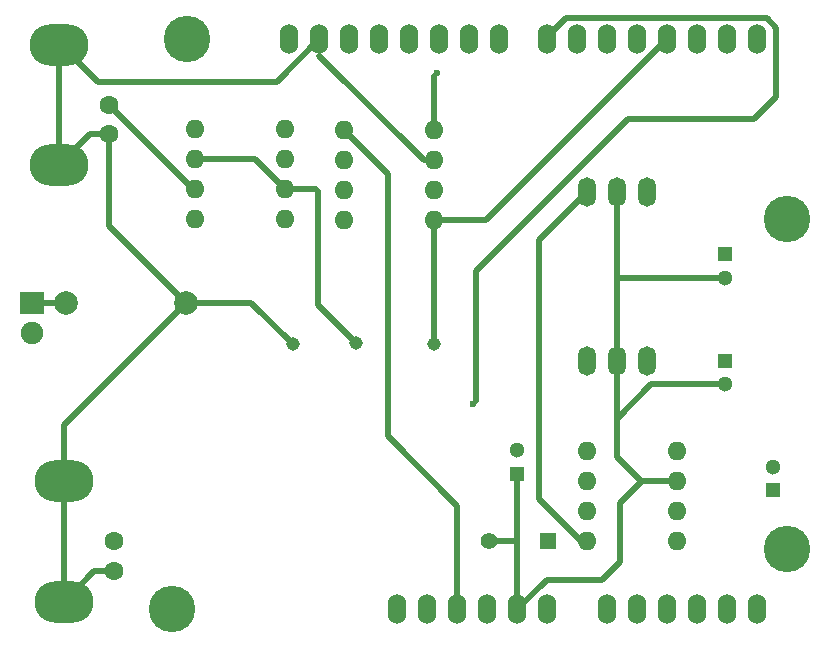
<source format=gbl>
G04 #@! TF.FileFunction,Copper,L2,Bot,Signal*
%FSLAX46Y46*%
G04 Gerber Fmt 4.6, Leading zero omitted, Abs format (unit mm)*
G04 Created by KiCad (PCBNEW 4.0.2+dfsg1-stable) date Fri 22 Sep 2017 10:08:28 AM EDT*
%MOMM*%
G01*
G04 APERTURE LIST*
%ADD10C,0.100000*%
%ADD11R,1.300000X1.300000*%
%ADD12C,1.300000*%
%ADD13R,1.400000X1.400000*%
%ADD14C,1.400000*%
%ADD15R,2.000000X1.900000*%
%ADD16C,1.900000*%
%ADD17O,5.001260X3.500120*%
%ADD18C,1.600200*%
%ADD19C,1.998980*%
%ADD20O,1.524000X2.540000*%
%ADD21C,3.937000*%
%ADD22O,1.600000X1.600000*%
%ADD23O,1.501140X2.499360*%
%ADD24C,1.143000*%
%ADD25C,0.600000*%
%ADD26C,0.500000*%
%ADD27C,0.250000*%
G04 APERTURE END LIST*
D10*
D11*
X213360000Y-92392500D03*
D12*
X213360000Y-90392500D03*
D11*
X191643000Y-90995500D03*
D12*
X191643000Y-88995500D03*
D13*
X194310000Y-96647000D03*
D14*
X189310000Y-96647000D03*
D11*
X209296000Y-72390000D03*
D12*
X209296000Y-74390000D03*
D11*
X209296000Y-81407000D03*
D12*
X209296000Y-83407000D03*
D15*
X150558500Y-76517500D03*
D16*
X150558500Y-79057500D03*
D17*
X152882600Y-64851280D03*
X152882600Y-54653180D03*
D18*
X157147260Y-59753500D03*
X157147260Y-62252860D03*
D17*
X153263600Y-101808280D03*
X153263600Y-91610180D03*
D18*
X157528260Y-96710500D03*
X157528260Y-99209860D03*
D19*
X153479500Y-76517500D03*
X163639500Y-76517500D03*
D20*
X212001100Y-102463600D03*
X209461100Y-102463600D03*
X206921100Y-102463600D03*
X199301100Y-102463600D03*
X201841100Y-102463600D03*
X204381100Y-102463600D03*
X194221100Y-102463600D03*
X191681100Y-102463600D03*
X189141100Y-102463600D03*
X184061100Y-102463600D03*
X181521100Y-102463600D03*
X212001100Y-54203600D03*
X209461100Y-54203600D03*
X206921100Y-54203600D03*
X204381100Y-54203600D03*
X201841100Y-54203600D03*
X199301100Y-54203600D03*
X196761100Y-54203600D03*
X194221100Y-54203600D03*
X190157100Y-54203600D03*
X187617100Y-54203600D03*
X185077100Y-54203600D03*
X182537100Y-54203600D03*
X179997100Y-54203600D03*
X177457100Y-54203600D03*
X174917100Y-54203600D03*
X172377100Y-54203600D03*
X186601100Y-102463600D03*
D21*
X214541100Y-97383600D03*
X214541100Y-69443600D03*
X163741100Y-54203600D03*
X162471100Y-102463600D03*
D22*
X164401500Y-61785500D03*
X164401500Y-64325500D03*
X164401500Y-66865500D03*
X164401500Y-69405500D03*
X172021500Y-69405500D03*
X172021500Y-66865500D03*
X172021500Y-64325500D03*
X172021500Y-61785500D03*
X205168500Y-96647000D03*
X205168500Y-94107000D03*
X205168500Y-91567000D03*
X205168500Y-89027000D03*
X197548500Y-89027000D03*
X197548500Y-91567000D03*
X197548500Y-94107000D03*
X197548500Y-96647000D03*
X184658000Y-69532500D03*
X184658000Y-66992500D03*
X184658000Y-64452500D03*
X184658000Y-61912500D03*
X177038000Y-61912500D03*
X177038000Y-64452500D03*
X177038000Y-66992500D03*
X177038000Y-69532500D03*
D23*
X200152000Y-67119500D03*
X197612000Y-67119500D03*
X202692000Y-67119500D03*
X200088500Y-81407000D03*
X197548500Y-81407000D03*
X202628500Y-81407000D03*
D24*
X172656500Y-80010000D03*
X178054000Y-79946500D03*
X184658000Y-80010000D03*
D25*
X187960000Y-85090000D03*
X184848500Y-57086500D03*
D26*
X189310000Y-96647000D02*
X191643000Y-96647000D01*
D27*
X152882600Y-54653180D02*
X153078180Y-54653180D01*
D26*
X153078180Y-54653180D02*
X156210000Y-57785000D01*
X171335700Y-57785000D02*
X174917100Y-54203600D01*
X156210000Y-57785000D02*
X171335700Y-57785000D01*
X163639500Y-76517500D02*
X169164000Y-76517500D01*
X169164000Y-76517500D02*
X172656500Y-80010000D01*
D27*
X184658000Y-64452500D02*
X183769000Y-64452500D01*
X174917100Y-55600600D02*
X174917100Y-54203600D01*
D26*
X183769000Y-64452500D02*
X174917100Y-55600600D01*
X209296000Y-74390000D02*
X200152000Y-74390000D01*
D27*
X200152000Y-74390000D02*
X200152000Y-74612500D01*
D26*
X200152000Y-67119500D02*
X200152000Y-74612500D01*
X200152000Y-74612500D02*
X200152000Y-81343500D01*
D27*
X200152000Y-81343500D02*
X200088500Y-81407000D01*
D26*
X209296000Y-83407000D02*
X203041500Y-83407000D01*
X203041500Y-83407000D02*
X200088500Y-86360000D01*
X191643000Y-90995500D02*
X191643000Y-96647000D01*
X191643000Y-96647000D02*
X191643000Y-102425500D01*
D27*
X191643000Y-102425500D02*
X191681100Y-102463600D01*
D26*
X205168500Y-91567000D02*
X202247500Y-91567000D01*
X194195700Y-99949000D02*
X191681100Y-102463600D01*
X198818500Y-99949000D02*
X194195700Y-99949000D01*
X200342500Y-98425000D02*
X198818500Y-99949000D01*
X200342500Y-93472000D02*
X200342500Y-98425000D01*
X202247500Y-91567000D02*
X200342500Y-93472000D01*
D27*
X205168500Y-91567000D02*
X202120500Y-91567000D01*
D26*
X200088500Y-89535000D02*
X200088500Y-86360000D01*
X200088500Y-86360000D02*
X200088500Y-81407000D01*
X202120500Y-91567000D02*
X200088500Y-89535000D01*
X153263600Y-91610180D02*
X153263600Y-86893400D01*
X153263600Y-86893400D02*
X163639500Y-76517500D01*
X157147260Y-62252860D02*
X157147260Y-70025260D01*
X157147260Y-70025260D02*
X163639500Y-76517500D01*
X152882600Y-64851280D02*
X152882600Y-54653180D01*
X157147260Y-62252860D02*
X155481020Y-62252860D01*
X155481020Y-62252860D02*
X152882600Y-64851280D01*
X153263600Y-101808280D02*
X153263600Y-91610180D01*
X157528260Y-99209860D02*
X155862020Y-99209860D01*
X155862020Y-99209860D02*
X153263600Y-101808280D01*
X186601100Y-102463600D02*
X186601100Y-93700600D01*
X180721000Y-65595500D02*
X177038000Y-61912500D01*
X180721000Y-87820500D02*
X180721000Y-65595500D01*
X186601100Y-93700600D02*
X180721000Y-87820500D01*
X153479500Y-76517500D02*
X150558500Y-76517500D01*
D27*
X194221100Y-54203600D02*
X194221100Y-54013100D01*
D26*
X194221100Y-54013100D02*
X195846700Y-52387500D01*
X195846700Y-52387500D02*
X212788500Y-52387500D01*
X212788500Y-52387500D02*
X213614000Y-53213000D01*
X213614000Y-53213000D02*
X213614000Y-59055000D01*
X213614000Y-59055000D02*
X211709000Y-60960000D01*
X211709000Y-60960000D02*
X201041000Y-60960000D01*
X201041000Y-60960000D02*
X188214000Y-73787000D01*
X188214000Y-73787000D02*
X188214000Y-84836000D01*
D27*
X188214000Y-84836000D02*
X187960000Y-85090000D01*
X164401500Y-66865500D02*
X164259260Y-66865500D01*
D26*
X164259260Y-66865500D02*
X157147260Y-59753500D01*
D27*
X197548500Y-96647000D02*
X197104000Y-96647000D01*
D26*
X197104000Y-96647000D02*
X193548000Y-93091000D01*
X193548000Y-71183500D02*
X197612000Y-67119500D01*
X193548000Y-93091000D02*
X193548000Y-71183500D01*
X184658000Y-69532500D02*
X184658000Y-80010000D01*
X184658000Y-69532500D02*
X189052200Y-69532500D01*
X189052200Y-69532500D02*
X204381100Y-54203600D01*
X184658000Y-57277000D02*
X184658000Y-61912500D01*
D27*
X184848500Y-57086500D02*
X184658000Y-57277000D01*
D26*
X172021500Y-66865500D02*
X174625000Y-66865500D01*
X174815500Y-76708000D02*
X178054000Y-79946500D01*
X174815500Y-67056000D02*
X174815500Y-76708000D01*
D27*
X174625000Y-66865500D02*
X174815500Y-67056000D01*
D26*
X164401500Y-64325500D02*
X169481500Y-64325500D01*
X169481500Y-64325500D02*
X172021500Y-66865500D01*
M02*

</source>
